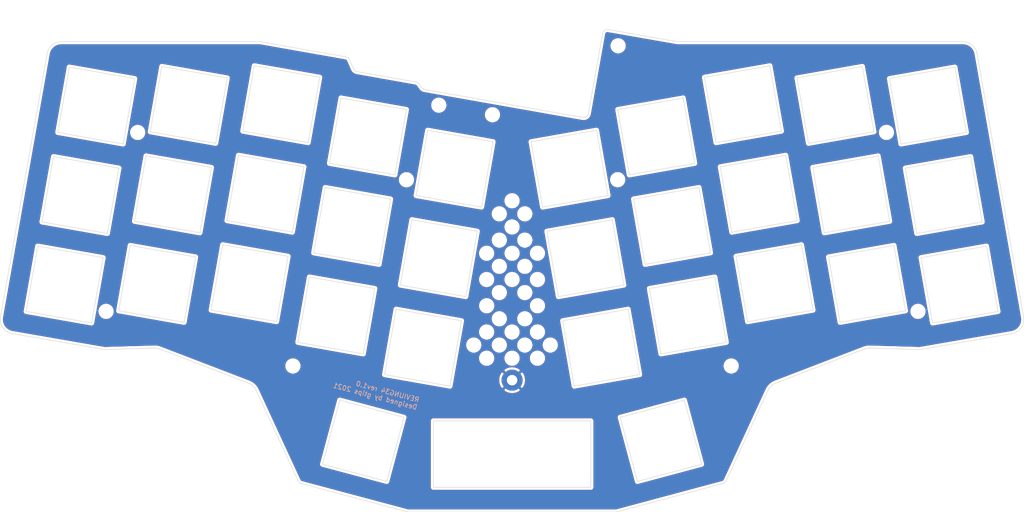
<source format=kicad_pcb>
(kicad_pcb (version 20221018) (generator pcbnew)
  (layers (0 "F.Cu" signal) (31 "B.Cu" signal) (34 "B.Paste" user) (35 "F.Paste" user) (36 "B.SilkS" user "B.Silkscreen") (37 "F.SilkS" user "F.Silkscreen") (38 "B.Mask" user) (39 "F.Mask" user) (44 "Edge.Cuts" user))
  (net 0 "")
  (net 1 "GND")
  (footprint "MountingHole:MountingHole_2.2mm_M2_Pad" (layer "F.Cu") (at 127.34 100.91)
    (fp_text reference "H1" hide)
    (fp_text value "MountingHole_Pad" hide)
    (pad "1" thru_hole circle (at 0 0) (size 4.4 4.4) (drill 2.2) (layers "*.Cu" "*.Mask") (net 1 "GND"))
  )
  (footprint "MountingHole:MountingHole_2.2mm_M2" (layer "F.Cu") (at 48.94 48.99)
    (fp_text reference "H9" hide)
    (fp_text value "MountingHole_2.2mm_M2" hide)
    (pad "" np_thru_hole circle (at 0 0) (size 2.2 2.2) (drill 2.2) (layers "*.Cu" "*.Mask"))
  )
  (footprint "MountingHole:MountingHole_2.2mm_M2" (layer "F.Cu") (at 42.32 86.49)
    (fp_text reference "H2" hide)
    (fp_text value "MountingHole_2.2mm_M2" hide)
    (pad "" np_thru_hole circle (at 0 0) (size 2.2 2.2) (drill 2.2) (layers "*.Cu" "*.Mask"))
  )
  (footprint "MountingHole:MountingHole_2.2mm_M2" (layer "F.Cu") (at 105.22 58.9)
    (fp_text reference "H4" hide)
    (fp_text value "MountingHole_2.2mm_M2" hide)
    (pad "" np_thru_hole circle (at 0 0) (size 2.2 2.2) (drill 2.2) (layers "*.Cu" "*.Mask"))
  )
  (footprint "MountingHole:MountingHole_2.2mm_M2" (layer "F.Cu") (at 81.44 97.93)
    (fp_text reference "H3" hide)
    (fp_text value "MountingHole_2.2mm_M2" hide)
    (pad "" np_thru_hole circle (at 0 0) (size 2.2 2.2) (drill 2.2) (layers "*.Cu" "*.Mask"))
  )
  (footprint "MountingHole:MountingHole_2.2mm_M2" (layer "F.Cu") (at 149.45 58.89)
    (fp_text reference "H5" hide)
    (fp_text value "MountingHole_2.2mm_M2" hide)
    (pad "" np_thru_hole circle (at 0 0) (size 2.2 2.2) (drill 2.2) (layers "*.Cu" "*.Mask"))
  )
  (footprint "MountingHole:MountingHole_2.2mm_M2" (layer "F.Cu") (at 173.22 97.93)
    (fp_text reference "H6" hide)
    (fp_text value "MountingHole_2.2mm_M2" hide)
    (pad "" np_thru_hole circle (at 0 0) (size 2.2 2.2) (drill 2.2) (layers "*.Cu" "*.Mask"))
  )
  (footprint "MountingHole:MountingHole_2.2mm_M2" (layer "F.Cu") (at 205.73 48.98)
    (fp_text reference "H7" hide)
    (fp_text value "MountingHole_2.2mm_M2" hide)
    (pad "" np_thru_hole circle (at 0 0) (size 2.2 2.2) (drill 2.2) (layers "*.Cu" "*.Mask"))
  )
  (footprint "MountingHole:MountingHole_2.2mm_M2" (layer "F.Cu") (at 212.33 86.49)
    (fp_text reference "H8" hide)
    (fp_text value "MountingHole_2.2mm_M2" hide)
    (pad "" np_thru_hole circle (at 0 0) (size 2.2 2.2) (drill 2.2) (layers "*.Cu" "*.Mask"))
  )
  (footprint "_reviung-kbd:HOLE_2.2mm" (layer "F.Cu") (at 111.99 43.27)
    (fp_text reference "Ref**")
    (fp_text value "Val**")
    (pad "" np_thru_hole circle (at 0 0) (size 2.2 2.2) (drill 2.2) (layers "*.Cu" "*.Mask"))
  )
  (footprint "_reviung-kbd:HOLE_2.2mm" (layer "F.Cu") (at 123.23 45.27)
    (fp_text reference "Ref**")
    (fp_text value "Val**")
    (pad "" np_thru_hole circle (at 0 0) (size 2.2 2.2) (drill 2.2) (layers "*.Cu" "*.Mask"))
  )
  (footprint "_reviung-kbd:HOLE_2.2mm" (layer "F.Cu") (at 149.54 30.82)
    (fp_text reference "Ref**")
    (fp_text value "Val**")
    (pad "" np_thru_hole circle (at 0 0) (size 2.2 2.2) (drill 2.2) (layers "*.Cu" "*.Mask"))
  )
  (footprint "_reviung-kbd:HOLE_2.2mm" (layer "F.Cu") (at 127.33 63.31)
    (fp_text reference "Ref**")
    (fp_text value "Val**")
    (pad "" np_thru_hole circle (at 0 0) (size 2.2 2.2) (drill 2.2) (layers "*.Cu" "*.Mask"))
  )
  (footprint "_reviung-kbd:HOLE_2.2mm" (layer "F.Cu") (at 124.66 66.05)
    (fp_text reference "Ref**")
    (fp_text value "Val**")
    (pad "" np_thru_hole circle (at 0 0) (size 2.2 2.2) (drill 2.2) (layers "*.Cu" "*.Mask"))
  )
  (footprint "_reviung-kbd:HOLE_2.2mm" (layer "F.Cu") (at 130 66.05)
    (fp_text reference "Ref**")
    (fp_text value "Val**")
    (pad "" np_thru_hole circle (at 0 0) (size 2.2 2.2) (drill 2.2) (layers "*.Cu" "*.Mask"))
  )
  (footprint "_reviung-kbd:HOLE_2.2mm" (layer "F.Cu") (at 127.33 68.8)
    (fp_text reference "Ref**")
    (fp_text value "Val**")
    (pad "" np_thru_hole circle (at 0 0) (size 2.2 2.2) (drill 2.2) (layers "*.Cu" "*.Mask"))
  )
  (footprint "_reviung-kbd:HOLE_2.2mm" (layer "F.Cu") (at 124.66 71.55)
    (fp_text reference "Ref**")
    (fp_text value "Val**")
    (pad "" np_thru_hole circle (at 0 0) (size 2.2 2.2) (drill 2.2) (layers "*.Cu" "*.Mask"))
  )
  (footprint "_reviung-kbd:HOLE_2.2mm" (layer "F.Cu") (at 130 71.55)
    (fp_text reference "Ref**")
    (fp_text value "Val**")
    (pad "" np_thru_hole circle (at 0 0) (size 2.2 2.2) (drill 2.2) (layers "*.Cu" "*.Mask"))
  )
  (footprint "_reviung-kbd:HOLE_2.2mm" (layer "F.Cu") (at 122.01 74.31)
    (fp_text reference "Ref**")
    (fp_text value "Val**")
    (pad "" np_thru_hole circle (at 0 0) (size 2.2 2.2) (drill 2.2) (layers "*.Cu" "*.Mask"))
  )
  (footprint "_reviung-kbd:HOLE_2.2mm" (layer "F.Cu") (at 127.34 74.31)
    (fp_text reference "Ref**")
    (fp_text value "Val**")
    (pad "" np_thru_hole circle (at 0 0) (size 2.2 2.2) (drill 2.2) (layers "*.Cu" "*.Mask"))
  )
  (footprint "_reviung-kbd:HOLE_2.2mm" (layer "F.Cu") (at 132.65 74.3)
    (fp_text reference "Ref**")
    (fp_text value "Val**")
    (pad "" np_thru_hole circle (at 0 0) (size 2.2 2.2) (drill 2.2) (layers "*.Cu" "*.Mask"))
  )
  (footprint "_reviung-kbd:HOLE_2.2mm" (layer "F.Cu") (at 124.66 77.05)
    (fp_text reference "Ref**")
    (fp_text value "Val**")
    (pad "" np_thru_hole circle (at 0 0) (size 2.2 2.2) (drill 2.2) (layers "*.Cu" "*.Mask"))
  )
  (footprint "_reviung-kbd:HOLE_2.2mm" (layer "F.Cu") (at 130 77.05)
    (fp_text reference "Ref**")
    (fp_text value "Val**")
    (pad "" np_thru_hole circle (at 0 0) (size 2.2 2.2) (drill 2.2) (layers "*.Cu" "*.Mask"))
  )
  (footprint "_reviung-kbd:HOLE_2.2mm" (layer "F.Cu") (at 122.01 79.81)
    (fp_text reference "Ref**")
    (fp_text value "Val**")
    (pad "" np_thru_hole circle (at 0 0) (size 2.2 2.2) (drill 2.2) (layers "*.Cu" "*.Mask"))
  )
  (footprint "_reviung-kbd:HOLE_2.2mm" (layer "F.Cu") (at 127.33 79.81)
    (fp_text reference "Ref**")
    (fp_text value "Val**")
    (pad "" np_thru_hole circle (at 0 0) (size 2.2 2.2) (drill 2.2) (layers "*.Cu" "*.Mask"))
  )
  (footprint "_reviung-kbd:HOLE_2.2mm" (layer "F.Cu") (at 132.65 79.81)
    (fp_text reference "Ref**")
    (fp_text value "Val**")
    (pad "" np_thru_hole circle (at 0 0) (size 2.2 2.2) (drill 2.2) (layers "*.Cu" "*.Mask"))
  )
  (footprint "_reviung-kbd:HOLE_2.2mm" (layer "F.Cu") (at 124.66 82.55)
    (fp_text reference "Ref**")
    (fp_text value "Val**")
    (pad "" np_thru_hole circle (at 0 0) (size 2.2 2.2) (drill 2.2) (layers "*.Cu" "*.Mask"))
  )
  (footprint "_reviung-kbd:HOLE_2.2mm" (layer "F.Cu") (at 130 82.55)
    (fp_text reference "Ref**")
    (fp_text value "Val**")
    (pad "" np_thru_hole circle (at 0 0) (size 2.2 2.2) (drill 2.2) (layers "*.Cu" "*.Mask"))
  )
  (footprint "_reviung-kbd:HOLE_2.2mm" (layer "F.Cu") (at 122.02 85.31)
    (fp_text reference "Ref**")
    (fp_text value "Val**")
    (pad "" np_thru_hole circle (at 0 0) (size 2.2 2.2) (drill 2.2) (layers "*.Cu" "*.Mask"))
  )
  (footprint "_reviung-kbd:HOLE_2.2mm" (layer "F.Cu") (at 132.65 85.31)
    (fp_text reference "Ref**")
    (fp_text value "Val**")
    (pad "" np_thru_hole circle (at 0 0) (size 2.2 2.2) (drill 2.2) (layers "*.Cu" "*.Mask"))
  )
  (footprint "_reviung-kbd:HOLE_2.2mm" (layer "F.Cu") (at 124.66 88.05)
    (fp_text reference "Ref**")
    (fp_text value "Val**")
    (pad "" np_thru_hole circle (at 0 0) (size 2.2 2.2) (drill 2.2) (layers "*.Cu" "*.Mask"))
  )
  (footprint "_reviung-kbd:HOLE_2.2mm" (layer "F.Cu") (at 130 88.05)
    (fp_text reference "Ref**")
    (fp_text value "Val**")
    (pad "" np_thru_hole circle (at 0 0) (size 2.2 2.2) (drill 2.2) (layers "*.Cu" "*.Mask"))
  )
  (footprint "_reviung-kbd:HOLE_2.2mm" (layer "F.Cu") (at 122.01 90.81)
    (fp_text reference "Ref**")
    (fp_text value "Val**")
    (pad "" np_thru_hole circle (at 0 0) (size 2.2 2.2) (drill 2.2) (layers "*.Cu" "*.Mask"))
  )
  (footprint "_reviung-kbd:HOLE_2.2mm" (layer "F.Cu") (at 127.33 90.81)
    (fp_text reference "Ref**")
    (fp_text value "Val**")
    (pad "" np_thru_hole circle (at 0 0) (size 2.2 2.2) (drill 2.2) (layers "*.Cu" "*.Mask"))
  )
  (footprint "_reviung-kbd:HOLE_2.2mm" (layer "F.Cu") (at 132.65 90.81)
    (fp_text reference "Ref**")
    (fp_text value "Val**")
    (pad "" np_thru_hole circle (at 0 0) (size 2.2 2.2) (drill 2.2) (layers "*.Cu" "*.Mask"))
  )
  (footprint "_reviung-kbd:HOLE_2.2mm" (layer "F.Cu") (at 119.31 93.55)
    (fp_text reference "Ref**")
    (fp_text value "Val**")
    (pad "" np_thru_hole circle (at 0 0) (size 2.2 2.2) (drill 2.2) (layers "*.Cu" "*.Mask"))
  )
  (footprint "_reviung-kbd:HOLE_2.2mm" (layer "F.Cu") (at 124.66 93.55)
    (fp_text reference "Ref**")
    (fp_text value "Val**")
    (pad "" np_thru_hole circle (at 0 0) (size 2.2 2.2) (drill 2.2) (layers "*.Cu" "*.Mask"))
  )
  (footprint "_reviung-kbd:HOLE_2.2mm" (layer "F.Cu") (at 130 93.55)
    (fp_text reference "Ref**")
    (fp_text value "Val**")
    (pad "" np_thru_hole circle (at 0 0) (size 2.2 2.2) (drill 2.2) (layers "*.Cu" "*.Mask"))
  )
  (footprint "_reviung-kbd:HOLE_2.2mm" (layer "F.Cu") (at 135.33 93.55)
    (fp_text reference "Ref**")
    (fp_text value "Val**")
    (pad "" np_thru_hole circle (at 0 0) (size 2.2 2.2) (drill 2.2) (layers "*.Cu" "*.Mask"))
  )
  (footprint "_reviung-kbd:HOLE_2.2mm" (layer "F.Cu") (at 122.01 96.31)
    (fp_text reference "Ref**")
    (fp_text value "Val**")
    (pad "" np_thru_hole circle (at 0 0) (size 2.2 2.2) (drill 2.2) (layers "*.Cu" "*.Mask"))
  )
  (footprint "_reviung-kbd:HOLE_2.2mm" (layer "F.Cu") (at 127.33 96.31)
    (fp_text reference "Ref**")
    (fp_text value "Val**")
    (pad "" np_thru_hole circle (at 0 0) (size 2.2 2.2) (drill 2.2) (layers "*.Cu" "*.Mask"))
  )
  (footprint "_reviung-kbd:HOLE_2.2mm" (layer "F.Cu") (at 132.65 96.31)
    (fp_text reference "Ref**")
    (fp_text value "Val**")
    (pad "" np_thru_hole circle (at 0 0) (size 2.2 2.2) (drill 2.2) (layers "*.Cu" "*.Mask"))
  )
  (gr_curve (pts (xy 48.270436 67.604361) (xy 48.270436 67.604361) (xy 50.684135 53.915532) (xy 50.684135 53.915532)) (stroke (width 0.1)) (layer "Edge.Cuts"))
  (gr_curve (pts (xy 106.358127 67.286357) (xy 106.358127 67.286357) (xy 120.046955 69.700055) (xy 120.046955 69.700055)) (stroke (width 0.1)) (layer "Edge.Cuts"))
  (gr_curve (pts (xy 99.480446 76.634064) (xy 99.480446 76.634064) (xy 85.791617 74.220344) (xy 85.791617 74.220344)) (stroke (width 0.1)) (layer "Edge.Cuts"))
  (gr_curve (pts (xy 117.633257 83.388884) (xy 117.633257 83.388884) (xy 103.944428 80.975185) (xy 103.944428 80.975185)) (stroke (width 0.1)) (layer "Edge.Cuts"))
  (gr_curve (pts (xy 32.935907 29.957498) (xy 31.480591 29.957498) (xy 30.235168 31.001987) (xy 29.981738 32.435082)) (stroke (width 0.1)) (layer "Edge.Cuts"))
  (gr_curve (pts (xy 58.651263 88.77865) (xy 58.651263 88.77865) (xy 44.962434 86.364951) (xy 44.962434 86.364951)) (stroke (width 0.1)) (layer "Edge.Cuts"))
  (gr_curve (pts (xy 102.788426 57.873473) (xy 102.788426 57.873473) (xy 89.099598 55.459753) (xy 89.099598 55.459753)) (stroke (width 0.1)) (layer "Edge.Cuts"))
  (gr_curve (pts (xy 212.99673 94.449707) (xy 212.99673 94.449707) (xy 232.007348 91.14487) (xy 232.007348 91.14487)) (stroke (width 0.1)) (layer "Edge.Cuts"))
  (gr_curve (pts (xy 225.773835 67.743155) (xy 225.773835 67.743155) (xy 212.085007 70.156853) (xy 212.085007 70.156853)) (stroke (width 0.1)) (layer "Edge.Cuts"))
  (gr_curve (pts (xy 92.541399 33.139195) (xy 92.541399 33.139195) (xy 74.585281 29.957628) (xy 74.585281 29.957628)) (stroke (width 0.1)) (layer "Edge.Cuts"))
  (gr_curve (pts (xy 145.009773 48.525702) (xy 145.009773 48.525702) (xy 147.423493 62.21453) (xy 147.423493 62.21453)) (stroke (width 0.1)) (layer "Edge.Cuts"))
  (gr_curve (pts (xy 64.328392 86.225037) (xy 64.328392 86.225037) (xy 66.742112 72.536209) (xy 66.742112 72.536209)) (stroke (width 0.1)) (layer "Edge.Cuts"))
  (gr_curve (pts (xy 94.855663 36.220919) (xy 94.525882 36.162158) (xy 94.247432 35.942189) (xy 94.113934 35.634973)) (stroke (width 0.1)) (layer "Edge.Cuts"))
  (gr_curve (pts (xy 104.679052 108.698084) (xy 104.679052 108.698084) (xy 101.081468 122.124461) (xy 101.081468 122.124461)) (stroke (width 0.1)) (layer "Edge.Cuts"))
  (gr_curve (pts (xy 48.312617 37.707477) (xy 48.312617 37.707477) (xy 45.898897 51.396306) (xy 45.898897 51.396306)) (stroke (width 0.1)) (layer "Edge.Cuts"))
  (gr_curve (pts (xy 201.098425 94.383626) (xy 201.470538 94.24059) (xy 201.867435 94.173131) (xy 202.265903 94.185232)) (stroke (width 0.1)) (layer "Edge.Cuts"))
  (gr_curve (pts (xy 28.902066 67.743176) (xy 28.902066 67.743176) (xy 31.315786 54.054348) (xy 31.315786 54.054348)) (stroke (width 0.1)) (layer "Edge.Cuts"))
  (gr_curve (pts (xy 170.040674 51.119643) (xy 170.040674 51.119643) (xy 167.626975 37.430815) (xy 167.626975 37.430815)) (stroke (width 0.1)) (layer "Edge.Cuts"))
  (gr_curve (pts (xy 168.884284 74.2203) (xy 168.884284 74.2203) (xy 155.195456 76.633999) (xy 155.195456 76.633999)) (stroke (width 0.1)) (layer "Edge.Cuts"))
  (gr_curve (pts (xy 234.441286 87.669393) (xy 234.441286 87.669393) (xy 224.703702 32.436632) (xy 224.703702 32.436632)) (stroke (width 0.1)) (layer "Edge.Cuts"))
  (gr_curve (pts (xy 232.007348 91.14487) (xy 233.639268 90.857377) (xy 234.729038 89.301249) (xy 234.441286 87.669393)) (stroke (width 0.1)) (layer "Edge.Cuts"))
  (gr_curve (pts (xy 149.473777 44.184602) (xy 149.473777 44.184602) (xy 163.162605 41.770881) (xy 163.162605 41.770881)) (stroke (width 0.1)) (layer "Edge.Cuts"))
  (gr_curve (pts (xy 146.296214 28.225326) (xy 146.296214 28.225326) (xy 143.29952 45.028521) (xy 143.29952 45.028521)) (stroke (width 0.1)) (layer "Edge.Cuts"))
  (gr_curve (pts (xy 107.836955 38.816432) (xy 107.684984 38.608025) (xy 107.458339 38.466389) (xy 107.204393 38.421151)) (stroke (width 0.1)) (layer "Edge.Cuts"))
  (gr_curve (pts (xy 105.202146 44.184645) (xy 105.202146 44.184645) (xy 102.788426 57.873473) (xy 102.788426 57.873473)) (stroke (width 0.1)) (layer "Edge.Cuts"))
  (gr_curve (pts (xy 61.959265 70.018059) (xy 61.959265 70.018059) (xy 48.270436 67.604361) (xy 48.270436 67.604361)) (stroke (width 0.1)) (layer "Edge.Cuts"))
  (gr_curve (pts (xy 183.729502 48.705945) (xy 183.729502 48.705945) (xy 170.040674 51.119643) (xy 170.040674 51.119643)) (stroke (width 0.1)) (layer "Edge.Cuts"))
  (gr_curve (pts (xy 91.252696 105.1005) (xy 91.252696 105.1005) (xy 104.679052 108.698084) (xy 104.679052 108.698084)) (stroke (width 0.1)) (layer "Edge.Cuts"))
  (gr_curve (pts (xy 45.898897 51.396306) (xy 45.898897 51.396306) (xy 32.210069 48.982608) (xy 32.210069 48.982608)) (stroke (width 0.1)) (layer "Edge.Cuts"))
  (gr_curve (pts (xy 91.513318 41.770946) (xy 91.513318 41.770946) (xy 105.202146 44.184645) (xy 105.202146 44.184645)) (stroke (width 0.1)) (layer "Edge.Cuts"))
  (gr_curve (pts (xy 212.085007 70.156853) (xy 212.085007 70.156853) (xy 209.671287 56.468025) (xy 209.671287 56.468025)) (stroke (width 0.1)) (layer "Edge.Cuts"))
  (gr_curve (pts (xy 148.317775 67.286292) (xy 148.317775 67.286292) (xy 150.731473 80.975121) (xy 150.731473 80.975121)) (stroke (width 0.1)) (layer "Edge.Cuts"))
  (gr_curve (pts (xy 107.25243 62.214595) (xy 107.25243 62.214595) (xy 109.666129 48.525766) (xy 109.666129 48.525766)) (stroke (width 0.1)) (layer "Edge.Cuts"))
  (gr_curve (pts (xy 202.265903 94.185232) (xy 202.265903 94.185232) (xy 212.391878 94.492663) (xy 212.391878 94.492663)) (stroke (width 0.1)) (layer "Edge.Cuts"))
  (gr_curve (pts (xy 34.623789 35.293779) (xy 34.623789 35.293779) (xy 48.312617 37.707477) (xy 48.312617 37.707477)) (stroke (width 0.1)) (layer "Edge.Cuts"))
  (gr_curve (pts (xy 78.017221 88.638736) (xy 78.017221 88.638736) (xy 64.328392 86.225037) (xy 64.328392 86.225037)) (stroke (width 0.1)) (layer "Edge.Cuts"))
  (gr_curve (pts (xy 70.944397 48.703856) (xy 70.944397 48.703856) (xy 73.358095 35.015028) (xy 73.358095 35.015028)) (stroke (width 0.1)) (layer "Edge.Cuts"))
  (gr_curve (pts (xy 134.628946 69.699991) (xy 134.628946 69.699991) (xy 148.317775 67.286292) (xy 148.317775 67.286292)) (stroke (width 0.1)) (layer "Edge.Cuts"))
  (gr_curve (pts (xy 189.408656 51.257447) (xy 189.408656 51.257447) (xy 186.994957 37.568619) (xy 186.994957 37.568619)) (stroke (width 0.1)) (layer "Edge.Cuts"))
  (gr_curve (pts (xy 109.036301 39.987269) (xy 108.781816 39.942311) (xy 108.554612 39.800545) (xy 108.402339 39.591751)) (stroke (width 0.1)) (layer "Edge.Cuts"))
  (gr_curve (pts (xy 203.097485 48.843727) (xy 203.097485 48.843727) (xy 189.408656 51.257447) (xy 189.408656 51.257447)) (stroke (width 0.1)) (layer "Edge.Cuts"))
  (gr_curve (pts (xy 222.465833 48.982564) (xy 222.465833 48.982564) (xy 208.777004 51.396263) (xy 208.777004 51.396263)) (stroke (width 0.1)) (layer "Edge.Cuts"))
  (gr_curve (pts (xy 212.391878 94.492663) (xy 212.594429 94.4988) (xy 212.797086 94.484417) (xy 212.99673 94.449707)) (stroke (width 0.1)) (layer "Edge.Cuts"))
  (gr_curve (pts (xy 133.734664 64.628229) (xy 133.734664 64.628229) (xy 131.320944 50.9394) (xy 131.320944 50.9394)) (stroke (width 0.1)) (layer "Edge.Cuts"))
  (gr_curve (pts (xy 88.205316 60.531515) (xy 88.205316 60.531515) (xy 101.894144 62.945235) (xy 101.894144 62.945235)) (stroke (width 0.1)) (layer "Edge.Cuts"))
  (gr_curve (pts (xy 174.242958 74.951996) (xy 174.242958 74.951996) (xy 187.931787 72.538276) (xy 187.931787 72.538276)) (stroke (width 0.1)) (layer "Edge.Cuts"))
  (gr_curve (pts (xy 171.505141 122.558758) (xy 171.813391 122.476227) (xy 172.063741 122.25152) (xy 172.179001 121.95395)) (stroke (width 0.1)) (layer "Edge.Cuts"))
  (gr_curve (pts (xy 150.731473 80.975121) (xy 150.731473 80.975121) (xy 137.042645 83.388819) (xy 137.042645 83.388819)) (stroke (width 0.1)) (layer "Edge.Cuts"))
  (gr_curve (pts (xy 20.208454 87.662568) (xy 19.919777 89.295048) (xy 21.009869 90.852188) (xy 22.642565 91.139573)) (stroke (width 0.1)) (layer "Edge.Cuts"))
  (gr_curve (pts (xy 224.703702 32.436632) (xy 224.450875 31.002891) (xy 223.20515 29.957628) (xy 221.749275 29.957628)) (stroke (width 0.1)) (layer "Edge.Cuts"))
  (gr_curve (pts (xy 206.405465 67.604318) (xy 206.405465 67.604318) (xy 192.716637 70.018016) (xy 192.716637 70.018016)) (stroke (width 0.1)) (layer "Edge.Cuts"))
  (gr_curve (pts (xy 153.584378 122.124461) (xy 153.584378 122.124461) (xy 149.986816 108.698084) (xy 149.986816 108.698084)) (stroke (width 0.1)) (layer "Edge.Cuts"))
  (gr_curve (pts (xy 85.791617 74.220344) (xy 85.791617 74.220344) (xy 88.205316 60.531515) (xy 88.205316 60.531515)) (stroke (width 0.1)) (layer "Edge.Cuts"))
  (gr_curve (pts (xy 221.749275 29.957628) (xy 221.749275 29.957628) (xy 161.967566 29.957628) (xy 161.967566 29.957628)) (stroke (width 0.1)) (layer "Edge.Cuts"))
  (gr_curve (pts (xy 107.204393 38.421151) (xy 107.204393 38.421151) (xy 94.855663 36.220919) (xy 94.855663 36.220919)) (stroke (width 0.1)) (layer "Edge.Cuts"))
  (gr_curve (pts (xy 61.064983 75.089821) (xy 61.064983 75.089821) (xy 58.651263 88.77865) (xy 58.651263 88.77865)) (stroke (width 0.1)) (layer "Edge.Cuts"))
  (gr_curve (pts (xy 120.941259 64.628293) (xy 120.941259 64.628293) (xy 107.25243 62.214595) (xy 107.25243 62.214595)) (stroke (width 0.1)) (layer "Edge.Cuts"))
  (gr_curve (pts (xy 181.315804 35.017116) (xy 181.315804 35.017116) (xy 183.729502 48.705945) (xy 183.729502 48.705945)) (stroke (width 0.1)) (layer "Edge.Cuts"))
  (gr_curve (pts (xy 163.413193 105.1005) (xy 163.413193 105.1005) (xy 167.010755 118.526877) (xy 167.010755 118.526877)) (stroke (width 0.1)) (layer "Edge.Cuts"))
  (gr_curve (pts (xy 67.680966 37.56864) (xy 67.680966 37.56864) (xy 65.267267 51.257469) (xy 65.267267 51.257469)) (stroke (width 0.1)) (layer "Edge.Cuts"))
  (gr_curve (pts (xy 65.267267 51.257469) (xy 65.267267 51.257469) (xy 51.578439 48.84377) (xy 51.578439 48.84377)) (stroke (width 0.1)) (layer "Edge.Cuts"))
  (gr_curve (pts (xy 166.470586 60.531472) (xy 166.470586 60.531472) (xy 168.884284 74.2203) (xy 168.884284 74.2203)) (stroke (width 0.1)) (layer "Edge.Cuts"))
  (gr_curve (pts (xy 149.986816 108.698084) (xy 149.986816 108.698084) (xy 163.413193 105.1005) (xy 163.413193 105.1005)) (stroke (width 0.1)) (layer "Edge.Cuts"))
  (gr_curve (pts (xy 182.56 101.51) (xy 182.56 101.51) (xy 201.098425 94.383626) (xy 201.098425 94.383626)) (stroke (width 0.1)) (layer "Edge.Cuts"))
  (gr_curve (pts (xy 226.668117 72.814917) (xy 226.668117 72.814917) (xy 229.081816 86.503745) (xy 229.081816 86.503745)) (stroke (width 0.1)) (layer "Edge.Cuts"))
  (gr_curve (pts (xy 103.050146 86.046926) (xy 103.050146 86.046926) (xy 116.738975 88.460646) (xy 116.738975 88.460646)) (stroke (width 0.1)) (layer "Edge.Cuts"))
  (gr_curve (pts (xy 101.894144 62.945235) (xy 101.894144 62.945235) (xy 99.480446 76.634064) (xy 99.480446 76.634064)) (stroke (width 0.1)) (layer "Edge.Cuts"))
  (gr_curve (pts (xy 203.991767 53.915489) (xy 203.991767 53.915489) (xy 206.405465 67.604318) (xy 206.405465 67.604318)) (stroke (width 0.1)) (layer "Edge.Cuts"))
  (gr_curve (pts (xy 143.813463 109.452345) (xy 143.813463 109.452345) (xy 143.81342 123.352357) (xy 143.81342 123.352357)) (stroke (width 0.1)) (layer "Edge.Cuts"))
  (gr_curve (pts (xy 87.655112 118.526877) (xy 87.655112 118.526877) (xy 91.252696 105.1005) (xy 91.252696 105.1005)) (stroke (width 0.1)) (layer "Edge.Cuts"))
  (gr_curve (pts (xy 108.402339 39.591751) (xy 108.402339 39.591751) (xy 107.836955 38.816432) (xy 107.836955 38.816432)) (stroke (width 0.1)) (layer "Edge.Cuts"))
  (gr_curve (pts (xy 190.345485 86.227104) (xy 190.345485 86.227104) (xy 176.656657 88.640824) (xy 176.656657 88.640824)) (stroke (width 0.1)) (layer "Edge.Cuts"))
  (gr_curve (pts (xy 52.410364 94.185167) (xy 52.808596 94.173109) (xy 53.205256 94.240504) (xy 53.577154 94.383411)) (stroke (width 0.1)) (layer "Edge.Cuts"))
  (gr_curve (pts (xy 110.863429 123.352336) (xy 110.863429 123.352336) (xy 110.86345 109.452345) (xy 110.86345 109.452345)) (stroke (width 0.1)) (layer "Edge.Cuts"))
  (gr_curve (pts (xy 100.636426 99.735754) (xy 100.636426 99.735754) (xy 103.050146 86.046926) (xy 103.050146 86.046926)) (stroke (width 0.1)) (layer "Edge.Cuts"))
  (gr_curve (pts (xy 50.684135 53.915532) (xy 50.684135 53.915532) (xy 64.372963 56.329231) (xy 64.372963 56.329231)) (stroke (width 0.1)) (layer "Edge.Cuts"))
  (gr_curve (pts (xy 87.046924 37.428748) (xy 87.046924 37.428748) (xy 84.633225 51.117576) (xy 84.633225 51.117576)) (stroke (width 0.1)) (layer "Edge.Cuts"))
  (gr_curve (pts (xy 137.936927 88.460581) (xy 137.936927 88.460581) (xy 151.625756 86.046883) (xy 151.625756 86.046883)) (stroke (width 0.1)) (layer "Edge.Cuts"))
  (gr_curve (pts (xy 82.504092 121.976688) (xy 82.619546 122.274064) (xy 82.869939 122.498534) (xy 83.178125 122.580893)) (stroke (width 0.1)) (layer "Edge.Cuts"))
  (gr_curve (pts (xy 176.656657 88.640824) (xy 176.656657 88.640824) (xy 174.242958 74.951996) (xy 174.242958 74.951996)) (stroke (width 0.1)) (layer "Edge.Cuts"))
  (gr_curve (pts (xy 93.284097 33.725313) (xy 93.150449 33.417795) (xy 92.871568 33.197697) (xy 92.541399 33.139195)) (stroke (width 0.1)) (layer "Edge.Cuts"))
  (gr_curve (pts (xy 147.453164 27.415879) (xy 146.910367 27.320838) (xy 146.392957 27.682809) (xy 146.296214 28.225326)) (stroke (width 0.1)) (layer "Edge.Cuts"))
  (gr_curve (pts (xy 155.195456 76.633999) (xy 155.195456 76.633999) (xy 152.781757 62.94517) (xy 152.781757 62.94517)) (stroke (width 0.1)) (layer "Edge.Cuts"))
  (gr_curve (pts (xy 187.037504 67.466514) (xy 187.037504 67.466514) (xy 173.348676 69.880234) (xy 173.348676 69.880234)) (stroke (width 0.1)) (layer "Edge.Cuts"))
  (gr_curve (pts (xy 173.348676 69.880234) (xy 173.348676 69.880234) (xy 170.934956 56.191405) (xy 170.934956 56.191405)) (stroke (width 0.1)) (layer "Edge.Cuts"))
  (gr_curve (pts (xy 53.577154 94.383411) (xy 53.577154 94.383411) (xy 72.122878 101.509763) (xy 72.122878 101.509763)) (stroke (width 0.1)) (layer "Edge.Cuts"))
  (gr_curve (pts (xy 156.08976 81.705761) (xy 156.08976 81.705761) (xy 169.778588 79.292062) (xy 169.778588 79.292062)) (stroke (width 0.1)) (layer "Edge.Cuts"))
  (gr_curve (pts (xy 172.179001 121.95395) (xy 172.179001 121.95395) (xy 180.913094 103.051852) (xy 180.913094 103.051852)) (stroke (width 0.1)) (layer "Edge.Cuts"))
  (gr_curve (pts (xy 47.376154 72.676123) (xy 47.376154 72.676123) (xy 61.064983 75.089821) (xy 61.064983 75.089821)) (stroke (width 0.1)) (layer "Edge.Cuts"))
  (gr_curve (pts (xy 89.099598 55.459753) (xy 89.099598 55.459753) (xy 91.513318 41.770946) (xy 91.513318 41.770946)) (stroke (width 0.1)) (layer "Edge.Cuts"))
  (gr_curve (pts (xy 151.625756 86.046883) (xy 151.625756 86.046883) (xy 154.039454 99.735711) (xy 154.039454 99.735711)) (stroke (width 0.1)) (layer "Edge.Cuts"))
  (gr_curve (pts (xy 41.679344 94.448652) (xy 41.87888 94.483319) (xy 42.081408 94.497723) (xy 42.283851 94.491587)) (stroke (width 0.1)) (layer "Edge.Cuts"))
  (gr_curve (pts (xy 82.483615 92.980934) (xy 82.483615 92.980934) (xy 84.897313 79.292105) (xy 84.897313 79.292105)) (stroke (width 0.1)) (layer "Edge.Cuts"))
  (gr_curve (pts (xy 84.897313 79.292105) (xy 84.897313 79.292105) (xy 98.586142 81.705825) (xy 98.586142 81.705825)) (stroke (width 0.1)) (layer "Edge.Cuts"))
  (gr_curve (pts (xy 229.081816 86.503745) (xy 229.081816 86.503745) (xy 215.392987 88.917444) (xy 215.392987 88.917444)) (stroke (width 0.1)) (layer "Edge.Cuts"))
  (gr_curve (pts (xy 41.696613 75.228658) (xy 41.696613 75.228658) (xy 39.282914 88.917487) (xy 39.282914 88.917487)) (stroke (width 0.1)) (layer "Edge.Cuts"))
  (gr_curve (pts (xy 161.967566 29.957628) (xy 161.967566 29.957628) (xy 147.453164 27.415879) (xy 147.453164 27.415879)) (stroke (width 0.1)) (layer "Edge.Cuts"))
  (gr_curve (pts (xy 44.962434 86.364951) (xy 44.962434 86.364951) (xy 47.376154 72.676123) (xy 47.376154 72.676123)) (stroke (width 0.1)) (layer "Edge.Cuts"))
  (gr_curve (pts (xy 220.052134 35.293736) (xy 220.052134 35.293736) (xy 222.465833 48.982564) (xy 222.465833 48.982564)) (stroke (width 0.1)) (layer "Edge.Cuts"))
  (gr_curve (pts (xy 143.29952 45.028521) (xy 143.202669 45.57164) (xy 142.684269 45.933698) (xy 142.14102 45.837709)) (stroke (width 0.1)) (layer "Edge.Cuts"))
  (gr_curve (pts (xy 158.503458 95.394589) (xy 158.503458 95.394589) (xy 156.08976 81.705761) (xy 156.08976 81.705761)) (stroke (width 0.1)) (layer "Edge.Cuts"))
  (gr_curve (pts (xy 103.944428 80.975185) (xy 103.944428 80.975185) (xy 106.358127 67.286357) (xy 106.358127 67.286357)) (stroke (width 0.1)) (layer "Edge.Cuts"))
  (gr_curve (pts (xy 193.61094 75.089778) (xy 193.61094 75.089778) (xy 207.299769 72.676079) (xy 207.299769 72.676079)) (stroke (width 0.1)) (layer "Edge.Cuts"))
  (gr_curve (pts (xy 147.423493 62.21453) (xy 147.423493 62.21453) (xy 133.734664 64.628229) (xy 133.734664 64.628229)) (stroke (width 0.1)) (layer "Edge.Cuts"))
  (gr_curve (pts (xy 151.887475 57.87343) (xy 151.887475 57.87343) (xy 149.473777 44.184602) (xy 149.473777 44.184602)) (stroke (width 0.1)) (layer "Edge.Cuts"))
  (gr_curve (pts (xy 215.392987 88.917444) (xy 215.392987 88.917444) (xy 212.979289 75.228615) (xy 212.979289 75.228615)) (stroke (width 0.1)) (layer "Edge.Cuts"))
  (gr_curve (pts (xy 190.302938 56.329188) (xy 190.302938 56.329188) (xy 203.991767 53.915489) (xy 203.991767 53.915489)) (stroke (width 0.1)) (layer "Edge.Cuts"))
  (gr_curve (pts (xy 207.299769 72.676079) (xy 207.299769 72.676079) (xy 209.713467 86.364908) (xy 209.713467 86.364908)) (stroke (width 0.1)) (layer "Edge.Cuts"))
  (gr_curve (pts (xy 110.86345 109.452345) (xy 110.86345 109.452345) (xy 143.813463 109.452345) (xy 143.813463 109.452345)) (stroke (width 0.1)) (layer "Edge.Cuts"))
  (gr_curve (pts (xy 94.113934 35.634973) (xy 94.113934 35.634973) (xy 93.284097 33.725313) (xy 93.284097 33.725313)) (stroke (width 0.1)) (layer "Edge.Cuts"))
  (gr_curve (pts (xy 109.666129 48.525766) (xy 109.666129 48.525766) (xy 123.354957 50.939465) (xy 123.354957 50.939465)) (stroke (width 0.1)) (layer "Edge.Cuts"))
  (gr_curve (pts (xy 116.738975 88.460646) (xy 116.738975 88.460646) (xy 114.325255 102.149474) (xy 114.325255 102.149474)) (stroke (width 0.1)) (layer "Edge.Cuts"))
  (gr_curve (pts (xy 186.994957 37.568619) (xy 186.994957 37.568619) (xy 200.683786 35.154899) (xy 200.683786 35.154899)) (stroke (width 0.1)) (layer "Edge.Cuts"))
  (gr_curve (pts (xy 223.360115 54.054326) (xy 223.360115 54.054326) (xy 225.773835 67.743155) (xy 225.773835 67.743155)) (stroke (width 0.1)) (layer "Edge.Cuts"))
  (gr_curve (pts (xy 73.358095 35.015028) (xy 73.358095 35.015028) (xy 87.046924 37.428748) (xy 87.046924 37.428748)) (stroke (width 0.1)) (layer "Edge.Cuts"))
  (gr_curve (pts (xy 167.626975 37.430815) (xy 167.626975 37.430815) (xy 181.315804 35.017116) (xy 181.315804 35.017116)) (stroke (width 0.1)) (layer "Edge.Cuts"))
  (gr_curve (pts (xy 31.315786 54.054348) (xy 31.315786 54.054348) (xy 45.004615 56.468068) (xy 45.004615 56.468068)) (stroke (width 0.1)) (layer "Edge.Cuts"))
  (gr_curve (pts (xy 70.050115 53.775618) (xy 70.050115 53.775618) (xy 83.738943 56.189317) (xy 83.738943 56.189317)) (stroke (width 0.1)) (layer "Edge.Cuts"))
  (gr_curve (pts (xy 209.713467 86.364908) (xy 209.713467 86.364908) (xy 196.024639 88.778606) (xy 196.024639 88.778606)) (stroke (width 0.1)) (layer "Edge.Cuts"))
  (gr_curve (pts (xy 81.325223 69.878145) (xy 81.325223 69.878145) (xy 67.636395 67.464447) (xy 67.636395 67.464447)) (stroke (width 0.1)) (layer "Edge.Cuts"))
  (gr_curve (pts (xy 72.122878 101.509763) (xy 72.852162 101.79) (xy 73.443361 102.34367) (xy 73.770732 103.053037)) (stroke (width 0.1)) (layer "Edge.Cuts"))
  (gr_curve (pts (xy 123.354957 50.939465) (xy 123.354957 50.939465) (xy 120.941259 64.628293) (xy 120.941259 64.628293)) (stroke (width 0.1)) (layer "Edge.Cuts"))
  (gr_curve (pts (xy 172.192287 92.980891) (xy 172.192287 92.980891) (xy 158.503458 95.394589) (xy 158.503458 95.394589)) (stroke (width 0.1)) (layer "Edge.Cuts"))
  (gr_curve (pts (xy 209.671287 56.468025) (xy 209.671287 56.468025) (xy 223.360115 54.054326) (xy 223.360115 54.054326)) (stroke (width 0.1)) (layer "Edge.Cuts"))
  (gr_curve (pts (xy 22.642565 91.139573) (xy 22.642565 91.139573) (xy 41.679344 94.448652) (xy 41.679344 94.448652)) (stroke (width 0.1)) (layer "Edge.Cuts"))
  (gr_curve (pts (xy 180.913094 103.051852) (xy 181.24055 102.343218) (xy 181.831319 101.790108) (xy 182.56 101.51)) (stroke (width 0.1)) (layer "Edge.Cuts"))
  (gr_curve (pts (xy 152.781757 62.94517) (xy 152.781757 62.94517) (xy 166.470586 60.531472) (xy 166.470586 60.531472)) (stroke (width 0.1)) (layer "Edge.Cuts"))
  (gr_curve (pts (xy 142.14102 45.837709) (xy 142.14102 45.837709) (xy 109.036301 39.987269) (xy 109.036301 39.987269)) (stroke (width 0.1)) (layer "Edge.Cuts"))
  (gr_curve (pts (xy 67.636395 67.464447) (xy 67.636395 67.464447) (xy 70.050115 53.775618) (xy 70.050115 53.775618)) (stroke (width 0.1)) (layer "Edge.Cuts"))
  (gr_curve (pts (xy 53.992137 35.154942) (xy 53.992137 35.154942) (xy 67.680966 37.56864) (xy 67.680966 37.56864)) (stroke (width 0.1)) (layer "Edge.Cuts"))
  (gr_curve (pts (xy 120.046955 69.700055) (xy 120.046955 69.700055) (xy 117.633257 83.388884) (xy 117.633257 83.388884)) (stroke (width 0.1)) (layer "Edge.Cuts"))
  (gr_curve (pts (xy 131.320944 50.9394) (xy 131.320944 50.9394) (xy 145.009773 48.525702) (xy 145.009773 48.525702)) (stroke (width 0.1)) (layer "Edge.Cuts"))
  (gr_curve (pts (xy 105.55107 128.558435) (xy 105.55107 128.558435) (xy 149.114475 128.558435) (xy 149.114475 128.558435)) (stroke (width 0.1)) (layer "Edge.Cuts"))
  (gr_curve (pts (xy 192.716637 70.018016) (xy 192.716637 70.018016) (xy 190.302938 56.329188) (xy 190.302938 56.329188)) (stroke (width 0.1)) (layer "Edge.Cuts"))
  (gr_curve (pts (xy 196.024639 88.778606) (xy 196.024639 88.778606) (xy 193.61094 75.089778) (xy 193.61094 75.089778)) (stroke (width 0.1)) (layer "Edge.Cuts"))
  (gr_curve (pts (xy 184.623784 53.777685) (xy 184.623784 53.777685) (xy 187.037504 67.466514) (xy 187.037504 67.466514)) (stroke (width 0.1)) (layer "Edge.Cuts"))
  (gr_curve (pts (xy 212.979289 75.228615) (xy 212.979289 75.228615) (xy 226.668117 72.814917) (xy 226.668117 72.814917)) (stroke (width 0.1)) (layer "Edge.Cuts"))
  (gr_curve (pts (xy 96.172444 95.394654) (xy 96.172444 95.394654) (xy 82.483615 92.980934) (xy 82.483615 92.980934)) (stroke (width 0.1)) (layer "Edge.Cuts"))
  (gr_curve (pts (xy 208.777004 51.396263) (xy 208.777004 51.396263) (xy 206.363306 37.707434) (xy 206.363306 37.707434)) (stroke (width 0.1)) (layer "Edge.Cuts"))
  (gr_curve (pts (xy 101.081468 122.124461) (xy 101.081468 122.124461) (xy 87.655112 118.526877) (xy 87.655112 118.526877)) (stroke (width 0.1)) (layer "Edge.Cuts"))
  (gr_curve (pts (xy 143.81342 123.352357) (xy 143.81342 123.352357) (xy 110.863429 123.352336) (xy 110.863429 123.352336)) (stroke (width 0.1)) (layer "Edge.Cuts"))
  (gr_curve (pts (xy 74.585281 29.957628) (xy 74.585281 29.957628) (xy 32.935907 29.957498) (xy 32.935907 29.957498)) (stroke (width 0.1)) (layer "Edge.Cuts"))
  (gr_curve (pts (xy 200.683786 35.154899) (xy 200.683786 35.154899) (xy 203.097485 48.843727) (xy 203.097485 48.843727)) (stroke (width 0.1)) (layer "Edge.Cuts"))
  (gr_curve (pts (xy 80.430941 74.949907) (xy 80.430941 74.949907) (xy 78.017221 88.638736) (xy 78.017221 88.638736)) (stroke (width 0.1)) (layer "Edge.Cuts"))
  (gr_curve (pts (xy 154.039454 99.735711) (xy 154.039454 99.735711) (xy 140.350625 102.14941) (xy 140.350625 102.14941)) (stroke (width 0.1)) (layer "Edge.Cuts"))
  (gr_curve (pts (xy 39.282914 88.917487) (xy 39.282914 88.917487) (xy 25.594086 86.503767) (xy 25.594086 86.503767)) (stroke (width 0.1)) (layer "Edge.Cuts"))
  (gr_curve (pts (xy 187.931787 72.538276) (xy 187.931787 72.538276) (xy 190.345485 86.227104) (xy 190.345485 86.227104)) (stroke (width 0.1)) (layer "Edge.Cuts"))
  (gr_curve (pts (xy 28.007784 72.814938) (xy 28.007784 72.814938) (xy 41.696613 75.228658) (xy 41.696613 75.228658)) (stroke (width 0.1)) (layer "Edge.Cuts"))
  (gr_curve (pts (xy 137.042645 83.388819) (xy 137.042645 83.388819) (xy 134.628946 69.699991) (xy 134.628946 69.699991)) (stroke (width 0.1)) (layer "Edge.Cuts"))
  (gr_curve (pts (xy 64.372963 56.329231) (xy 64.372963 56.329231) (xy 61.959265 70.018059) (xy 61.959265 70.018059)) (stroke (width 0.1)) (layer "Edge.Cuts"))
  (gr_curve (pts (xy 73.770732 103.053037) (xy 73.770732 103.053037) (xy 82.504092 121.976688) (xy 82.504092 121.976688)) (stroke (width 0.1)) (layer "Edge.Cuts"))
  (gr_curve (pts (xy 42.590895 70.156896) (xy 42.590895 70.156896) (xy 28.902066 67.743176) (xy 28.902066 67.743176)) (stroke (width 0.1)) (layer "Edge.Cuts"))
  (gr_curve (pts (xy 51.578439 48.84377) (xy 51.578439 48.84377) (xy 53.992137 35.154942) (xy 53.992137 35.154942)) (stroke (width 0.1)) (layer "Edge.Cuts"))
  (gr_curve (pts (xy 170.934956 56.191405) (xy 170.934956 56.191405) (xy 184.623784 53.777685) (xy 184.623784 53.777685)) (stroke (width 0.1)) (layer "Edge.Cuts"))
  (gr_curve (pts (xy 165.576304 55.45971) (xy 165.576304 55.45971) (xy 151.887475 57.87343) (xy 151.887475 57.87343)) (stroke (width 0.1)) (layer "Edge.Cuts"))
  (gr_curve (pts (xy 84.633225 51.117576) (xy 84.633225 51.117576) (xy 70.944397 48.703856) (xy 70.944397 48.703856)) (stroke (width 0.1)) (layer "Edge.Cuts"))
  (gr_curve (pts (xy 32.210069 48.982608) (xy 32.210069 48.982608) (xy 34.623789 35.293779) (xy 34.623789 35.293779)) (stroke (width 0.1)) (layer "Edge.Cuts"))
  (gr_curve (pts (xy 167.010755 118.526877) (xy 167.010755 118.526877) (xy 153.584378 122.124461) (xy 153.584378 122.124461)) (stroke (width 0.1)) (layer "Edge.Cuts"))
  (gr_curve (pts (xy 169.778588 79.292062) (xy 169.778588 79.292062) (xy 172.192287 92.980891) (xy 172.192287 92.980891)) (stroke (width 0.1)) (layer "Edge.Cuts"))
  (gr_curve (pts (xy 83.738943 56.189317) (xy 83.738943 56.189317) (xy 81.325223 69.878145) (xy 81.325223 69.878145)) (stroke (width 0.1)) (layer "Edge.Cuts"))
  (gr_curve (pts (xy 42.283851 94.491587) (xy 42.283851 94.491587) (xy 52.410364 94.185167) (xy 52.410364 94.185167)) (stroke (width 0.1)) (layer "Edge.Cuts"))
  (gr_curve (pts (xy 45.004615 56.468068) (xy 45.004615 56.468068) (xy 42.590895 70.156896) (xy 42.590895 70.156896)) (stroke (width 0.1)) (layer "Edge.Cuts"))
  (gr_curve (pts (xy 206.363306 37.707434) (xy 206.363306 37.707434) (xy 220.052134 35.293736) (xy 220.052134 35.293736)) (stroke (width 0.1)) (layer "Edge.Cuts"))
  (gr_curve (pts (xy 25.594086 86.503767) (xy 25.594086 86.503767) (xy 28.007784 72.814938) (xy 28.007784 72.814938)) (stroke (width 0.1)) (layer "Edge.Cuts"))
  (gr_curve (pts (xy 83.178125 122.580893) (xy 83.178125 122.580893) (xy 105.55107 128.558435) (xy 105.55107 128.558435)) (stroke (width 0.1)) (layer "Edge.Cuts"))
  (gr_curve (pts (xy 140.350625 102.14941) (xy 140.350625 102.14941) (xy 137.936927 88.460581) (xy 137.936927 88.460581)) (stroke (width 0.1)) (layer "Edge.Cuts"))
  (gr_curve (pts (xy 29.981738 32.435082) (xy 29.981738 32.435082) (xy 20.208454 87.662568) (xy 20.208454 87.662568)) (stroke (width 0.1)) (layer "Edge.Cuts"))
  (gr_curve (pts (xy 163.162605 41.770881) (xy 163.162605 41.770881) (xy 165.576304 55.45971) (xy 165.576304 55.45971)) (stroke (width 0.1)) (layer "Edge.Cuts"))
  (gr_curve (pts (xy 98.586142 81.705825) (xy 98.586142 81.705825) (xy 96.172444 95.394654) (xy 96.172444 95.394654)) (stroke (width 0.1)) (layer "Edge.Cuts"))
  (gr_curve (pts (xy 149.114475 128.558435) (xy 149.114475 128.558435) (xy 171.505141 122.558758) (xy 171.505141 122.558758)) (stroke (width 0.1)) (layer "Edge.Cuts"))
  (gr_curve (pts (xy 66.742112 72.536209) (xy 66.742112 72.536209) (xy 80.430941 74.949907) (xy 80.430941 74.949907)) (stroke (width 0.1)) (layer "Edge.Cuts"))
  (gr_curve (pts (xy 114.325255 102.149474) (xy 114.325255 102.149474) (xy 100.636426 99.735754) (xy 100.636426 99.735754)) (stroke (width 0.1)) (layer "Edge.Cuts"))
  (gr_text "REVIUNG34 rev1.0\nDesigned by gtips 2021" (at 107.73 105.9 -15) (layer "B.SilkS") (effects (font (size 1 1)) (justify left mirror)))
  (zone (net 1) (net_name "GND") (layer "F.Cu") (connect_pads (clearance 0.508)) (min_thickness 0.254) (fill yes (thermal_gap 0.508) (thermal_bridge_width 0.508))
    (polygon (pts (xy 161.95 30.04) (xy 221.8 30.06) (xy 222.66 30.22) (xy 223.64 30.79) (xy 224.29 31.6) (xy 224.57 32.25) (xy 234.37 87.98) (xy 234.27 88.99) (xy 233.72 90) (xy 233.07 90.62) (xy 232.19 91.02) (xy 212.93 94.38) (xy 212.64 94.4) (xy 212.42 94.41) (xy 202.31 94.1) (xy 201.93 94.1) (xy 201.47 94.16) (xy 201.15 94.27) (xy 182.19 101.56) (xy 181.58 101.97) (xy 181.16 102.42) (xy 180.93 102.79) (xy 172.06 121.89) (xy 171.84 122.23) (xy 171.43 122.45) (xy 149.11 128.47) (xy 105.56 128.48) (xy 83.13 122.48) (xy 82.82 122.31) (xy 82.62 122.06) (xy 73.74 102.81) (xy 73.41 102.32) (xy 72.9 101.82) (xy 72.33 101.52) (xy 53.41 94.24) (xy 53.01 94.14) (xy 52.53 94.11) (xy 52.38 94.12) (xy 42.28 94.4) (xy 42.03 94.4) (xy 41.4 94.32) (xy 22.66 91.07) (xy 21.82 90.78) (xy 20.94 90.08) (xy 20.5 89.38) (xy 20.26 88.54) (xy 20.24 87.89) (xy 30.06 32.36) (xy 30.14 32.04) (xy 30.37 31.51) (xy 30.65 31.11) (xy 31.25 30.55) (xy 31.99 30.19) (xy 32.5 30.1) (xy 74.61 30.1) (xy 92.43 33.24) (xy 92.86 33.38) (xy 93.17 33.75) (xy 94.04 35.71) (xy 94.17 35.94) (xy 94.43 36.16) (xy 94.77 36.3) (xy 107.18 38.52) (xy 107.54 38.65) (xy 107.75 38.87) (xy 108.36 39.71) (xy 108.6 39.92) (xy 108.91 40.08) (xy 142.06 45.93) (xy 142.4 45.96) (xy 142.8 45.86) (xy 143.15 45.62) (xy 143.35 45.28) (xy 143.41 45.05) (xy 146.37 28.27) (xy 146.49 27.93) (xy 146.8 27.63) (xy 147.21 27.49) (xy 147.54 27.49)))
  )
  (zone (net 1) (net_name "GND") (layer "B.Cu") (connect_pads (clearance 0.508)) (min_thickness 0.254) (fill yes (thermal_gap 0.508) (thermal_bridge_width 0.508))
    (polygon (pts (xy 161.95 30.04) (xy 221.79 30.06) (xy 222.66 30.22) (xy 223.64 30.79) (xy 224.3 31.61) (xy 224.57 32.25) (xy 234.37 87.98) (xy 234.27 88.99) (xy 233.72 90) (xy 233.07 90.62) (xy 232.19 91.02) (xy 212.93 94.38) (xy 212.42 94.41) (xy 202.34 94.1) (xy 201.93 94.1) (xy 201.47 94.16) (xy 182.19 101.56) (xy 181.58 101.97) (xy 181.16 102.42) (xy 180.93 102.79) (xy 172.08 121.85) (xy 171.84 122.23) (xy 171.43 122.45) (xy 149.12 128.47) (xy 105.56 128.48) (xy 83.14 122.48) (xy 82.83 122.32) (xy 82.62 122.05) (xy 73.74 102.81) (xy 73.41 102.32) (xy 72.9 101.82) (xy 72.33 101.52) (xy 53.42 94.24) (xy 53 94.14) (xy 52.52 94.11) (xy 42.03 94.4) (xy 22.66 91.07) (xy 21.82 90.78) (xy 20.94 90.08) (xy 20.5 89.38) (xy 20.26 88.54) (xy 20.24 87.89) (xy 20.4 86.99) (xy 30.06 32.37) (xy 30.14 32.05) (xy 30.37 31.51) (xy 30.65 31.11) (xy 31.25 30.55) (xy 31.99 30.19) (xy 32.5 30.1) (xy 74.61 30.1) (xy 92.44 33.24) (xy 92.86 33.38) (xy 93.17 33.75) (xy 94.03 35.69) (xy 94.17 35.94) (xy 94.43 36.16) (xy 94.77 36.3) (xy 107.18 38.52) (xy 107.54 38.65) (xy 107.75 38.87) (xy 108.36 39.71) (xy 108.6 39.92) (xy 108.91 40.08) (xy 142.06 45.93) (xy 142.41 45.96) (xy 142.8 45.86) (xy 143.15 45.62) (xy 143.35 45.28) (xy 146.37 28.27) (xy 146.49 27.93) (xy 146.8 27.63) (xy 147.21 27.49) (xy 147.54 27.49)))
  )
)
</source>
